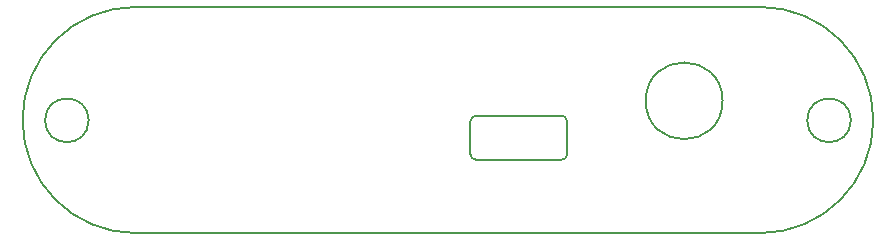
<source format=gm1>
G04 #@! TF.GenerationSoftware,KiCad,Pcbnew,7.0.11+1*
G04 #@! TF.CreationDate,2024-05-06T20:39:41-04:00*
G04 #@! TF.ProjectId,backpanel,6261636b-7061-46e6-956c-2e6b69636164,rev?*
G04 #@! TF.SameCoordinates,Original*
G04 #@! TF.FileFunction,Profile,NP*
%FSLAX46Y46*%
G04 Gerber Fmt 4.6, Leading zero omitted, Abs format (unit mm)*
G04 Created by KiCad (PCBNEW 7.0.11+1) date 2024-05-06 20:39:41*
%MOMM*%
%LPD*%
G01*
G04 APERTURE LIST*
G04 #@! TA.AperFunction,Profile*
%ADD10C,0.200000*%
G04 #@! TD*
G04 #@! TA.AperFunction,Profile*
%ADD11C,0.150000*%
G04 #@! TD*
G04 APERTURE END LIST*
D10*
X123557000Y-80825000D02*
G75*
G03*
X123557000Y-99975000I0J-9575000D01*
G01*
D11*
X160100000Y-90750000D02*
X160100000Y-93000000D01*
X152600000Y-93775000D02*
X159600000Y-93775000D01*
X152400000Y-90020000D02*
G75*
G03*
X151900000Y-90520000I0J-500000D01*
G01*
X151900000Y-93260000D02*
G75*
G03*
X152400000Y-93760000I500000J0D01*
G01*
X159600000Y-93775000D02*
G75*
G03*
X160100000Y-93275000I0J500000D01*
G01*
X151900000Y-93000000D02*
X151900000Y-93260000D01*
X151900000Y-90750000D02*
X151900000Y-90520000D01*
X160090000Y-90520000D02*
G75*
G03*
X159590000Y-90020000I-500000J0D01*
G01*
X152400000Y-90020000D02*
X152600000Y-90025000D01*
X160090000Y-90520000D02*
X160100000Y-90750000D01*
D10*
X176000000Y-99975000D02*
X176443000Y-99975000D01*
D11*
X173250000Y-88775000D02*
G75*
G03*
X166750000Y-88775000I-3250000J0D01*
G01*
X166750000Y-88775000D02*
G75*
G03*
X173250000Y-88775000I3250000J0D01*
G01*
D10*
X176000000Y-80825000D02*
X124000000Y-80825000D01*
X124000000Y-99975000D02*
X176000000Y-99975000D01*
D11*
X152400000Y-93760000D02*
X152600000Y-93775000D01*
X159400000Y-90025000D02*
X159590000Y-90020000D01*
D10*
X176000000Y-80825000D02*
X176443000Y-80825000D01*
X123557000Y-99975000D02*
X124000000Y-99975000D01*
D11*
X184115000Y-90425000D02*
G75*
G03*
X180415000Y-90425000I-1850000J0D01*
G01*
X180415000Y-90425000D02*
G75*
G03*
X184115000Y-90425000I1850000J0D01*
G01*
X160100000Y-93275000D02*
X160100000Y-93000000D01*
D10*
X176443000Y-99975000D02*
G75*
G03*
X176443000Y-80825000I0J9575000D01*
G01*
D11*
X152600000Y-90025000D02*
X159400000Y-90025000D01*
X151900000Y-90750000D02*
X151900000Y-93000000D01*
X119585000Y-90425000D02*
G75*
G03*
X115885000Y-90425000I-1850000J0D01*
G01*
X115885000Y-90425000D02*
G75*
G03*
X119585000Y-90425000I1850000J0D01*
G01*
D10*
X123557000Y-80825000D02*
X124000000Y-80825000D01*
M02*

</source>
